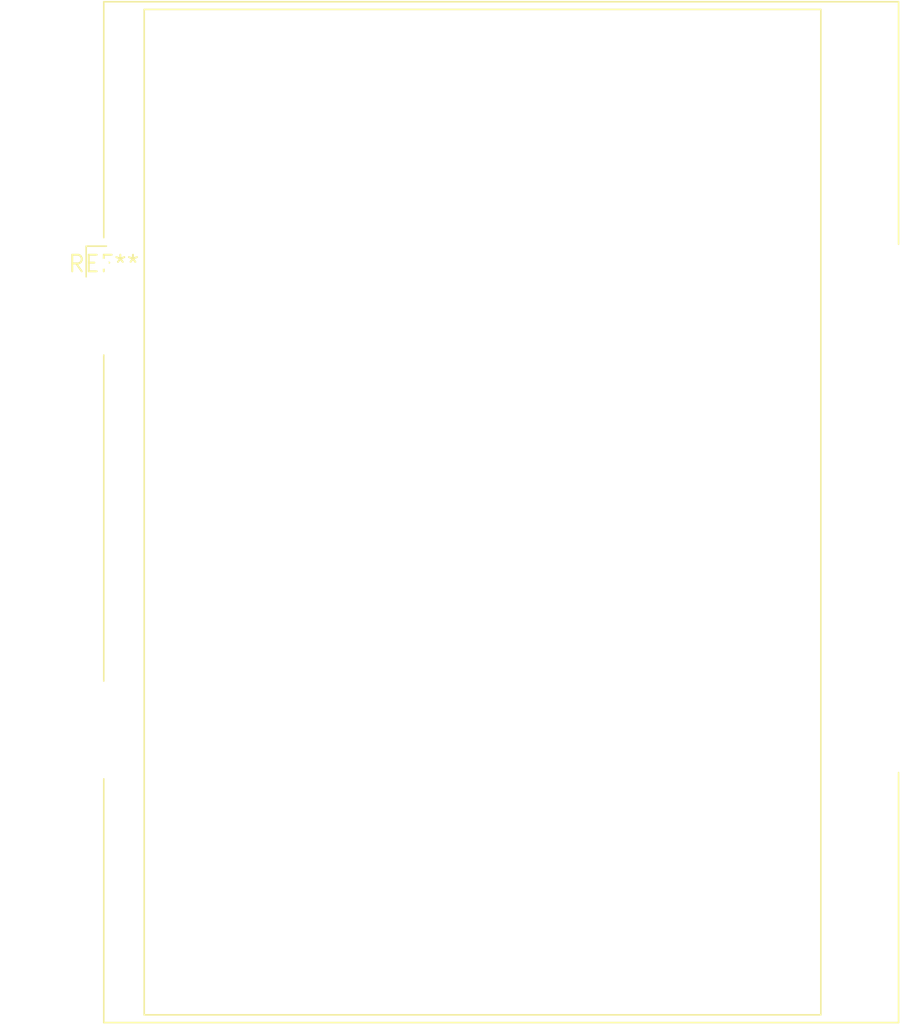
<source format=kicad_pcb>
(kicad_pcb (version 20240108) (generator pcbnew)
  (layers (0 "F.Cu" signal) (31 "B.Cu" signal) (34 "B.Paste" user) (35 "F.Paste" user) (36 "B.SilkS" user "B.Silkscreen") (37 "F.SilkS" user "F.Silkscreen") (38 "B.Mask" user) (39 "F.Mask" user) (44 "Edge.Cuts" user))
  (net 0 "")
  (footprint "EA_DOGXL160-7" (layer "F.Cu") (at 0 0)
    (property "Reference" "REF**")
    (property "Value" "EA_DOGXL160-7")
    (fp_line (start -1.35 -1.35) (end -1.35 1) (layer "F.SilkS") (stroke (width 0.12)))
    (fp_line (start 0 -20.09) (end 0 -2) (layer "F.SilkS") (stroke (width 0.12)))
    (fp_line (start 0 7) (end 0 32) (layer "F.SilkS") (stroke (width 0.12)))
    (fp_line (start 0 39.5) (end 0 58.19) (layer "F.SilkS") (stroke (width 0.12)))
    (fp_line (start 0 58.19) (end 60.96 58.19) (layer "F.SilkS") (stroke (width 0.12)))
    (fp_line (start 0.2 -1.35) (end -1.35 -1.35) (layer "F.SilkS") (stroke (width 0.12)))
    (fp_line (start 3.1 -19.5) (end 3.1 57.6) (layer "F.SilkS") (stroke (width 0.12)))
    (fp_line (start 3.1 57.6) (end 55 57.6) (layer "F.SilkS") (stroke (width 0.12)))
    (fp_line (start 55 -19.5) (end 3.1 -19.5) (layer "F.SilkS") (stroke (width 0.12)))
    (fp_line (start 55 57.6) (end 55 -19.5) (layer "F.SilkS") (stroke (width 0.12)))
    (fp_line (start 60.96 -20.09) (end 0 -20.09) (layer "F.SilkS") (stroke (width 0.12)))
    (fp_line (start 60.96 -1.5) (end 60.96 -20.08) (layer "F.SilkS") (stroke (width 0.12)))
    (fp_line (start 60.96 58.19) (end 60.96 39.02) (layer "F.SilkS") (stroke (width 0.12)))
    (pad "1" thru_hole rect (at 0 0) (size 1.524 1.524) (drill 0.762) (layers *.Cu *.Mask) (remove_unused_layers))
    (pad "2" thru_hole circle (at 0 2.54) (size 1.524 1.524) (drill 0.762) (layers *.Cu *.Mask) (remove_unused_layers))
    (pad "3" thru_hole circle (at 0 5.08) (size 1.524 1.524) (drill 0.762) (layers *.Cu *.Mask) (remove_unused_layers))
    (pad "14" thru_hole circle (at 0 33.02) (size 1.524 1.524) (drill 0.762) (layers *.Cu *.Mask) (remove_unused_layers))
    (pad "15" thru_hole circle (at 0 35.56) (size 1.524 1.524) (drill 0.762) (layers *.Cu *.Mask) (remove_unused_layers))
    (pad "16" thru_hole circle (at 0 38.1) (size 1.524 1.524) (drill 0.762) (layers *.Cu *.Mask) (remove_unused_layers))
    (pad "17" thru_hole circle (at 60.96 38.1) (size 1.524 1.524) (drill 0.762) (layers *.Cu *.Mask) (remove_unused_layers))
    (pad "18" thru_hole circle (at 60.96 35.56) (size 1.524 1.524) (drill 0.762) (layers *.Cu *.Mask) (remove_unused_layers))
    (pad "19" thru_hole circle (at 60.96 33.02) (size 1.524 1.524) (drill 0.762) (layers *.Cu *.Mask) (remove_unused_layers))
    (pad "20" thru_hole circle (at 60.96 30.48) (size 1.524 1.524) (drill 0.762) (layers *.Cu *.Mask) (remove_unused_layers))
    (pad "21" thru_hole circle (at 60.96 27.94) (size 1.524 1.524) (drill 0.762) (layers *.Cu *.Mask) (remove_unused_layers))
    (pad "22" thru_hole circle (at 60.96 25.4) (size 1.524 1.524) (drill 0.762) (layers *.Cu *.Mask) (remove_unused_layers))
    (pad "23" thru_hole circle (at 60.96 22.86) (size 1.524 1.524) (drill 0.762) (layers *.Cu *.Mask) (remove_unused_layers))
    (pad "24" thru_hole circle (at 60.96 20.32) (size 1.524 1.524) (drill 0.762) (layers *.Cu *.Mask) (remove_unused_layers))
    (pad "25" thru_hole circle (at 60.96 17.78) (size 1.524 1.524) (drill 0.762) (layers *.Cu *.Mask) (remove_unused_layers))
    (pad "26" thru_hole circle (at 60.96 15.24) (size 1.524 1.524) (drill 0.762) (layers *.Cu *.Mask) (remove_unused_layers))
    (pad "27" thru_hole circle (at 60.96 12.7) (size 1.524 1.524) (drill 0.762) (layers *.Cu *.Mask) (remove_unused_layers))
    (pad "28" thru_hole circle (at 60.96 10.16) (size 1.524 1.524) (drill 0.762) (layers *.Cu *.Mask) (remove_unused_layers))
    (pad "29" thru_hole circle (at 60.96 7.62) (size 1.524 1.524) (drill 0.762) (layers *.Cu *.Mask) (remove_unused_layers))
    (pad "30" thru_hole circle (at 60.96 5.08) (size 1.524 1.524) (drill 0.762) (layers *.Cu *.Mask) (remove_unused_layers))
    (pad "31" thru_hole circle (at 60.96 2.54) (size 1.524 1.524) (drill 0.762) (layers *.Cu *.Mask) (remove_unused_layers))
    (pad "32" thru_hole circle (at 60.96 0) (size 1.524 1.524) (drill 0.762) (layers *.Cu *.Mask) (remove_unused_layers))
  )
)
</source>
